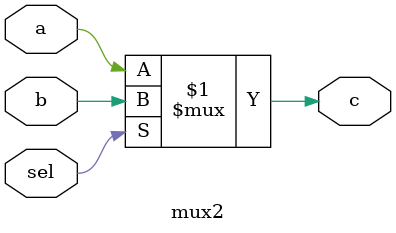
<source format=v>
`timescale 1ns / 1ps


module mux2(
   input  a,
   input  b,
   input  sel,
   output c
    );
    
    assign c = sel?b:a;     //¶þÑ¡Ò»¶àÂ·Æ÷¹¦ÄÜÊµÏÖ
    
endmodule

</source>
